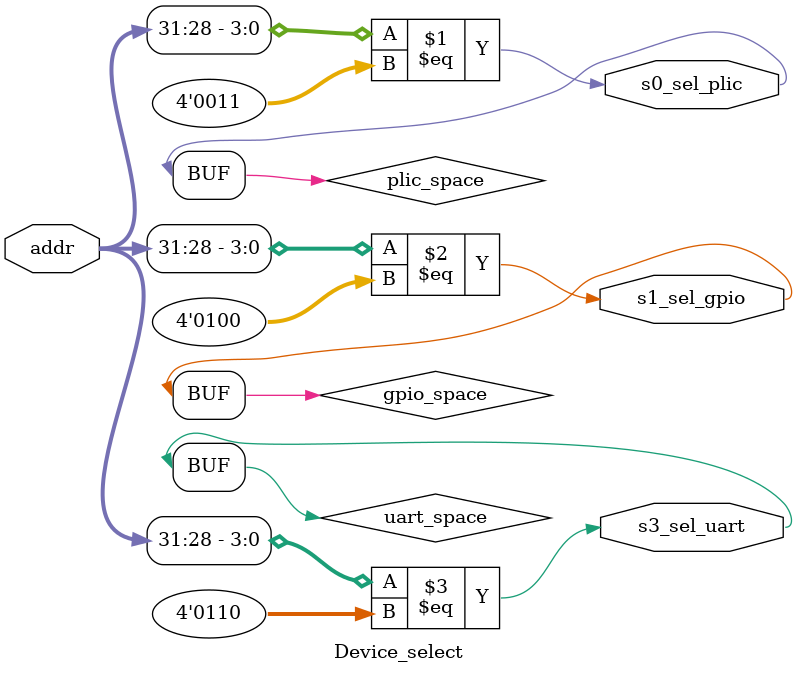
<source format=v>
module Device_select (
    input   [31:0]  addr,
    output          s0_sel_plic,
//    output          s0_sel_mem,     //MEMORY_DATA
    output          s1_sel_gpio,
    output          s3_sel_uart      //UART 

);
   
//    wire mem_space = (addr[31:28] == 4'h2);
    wire plic_space = (addr[31:28] == 4'h3);
    wire gpio_space = (addr[31:28] == 4'h4);
    wire uart_space = (addr[31:28] == 4'h6);

    assign s0_sel_plic = plic_space;
    assign s1_sel_gpio = gpio_space;
//    assign s0_sel_mem  = mem_space;
    assign s3_sel_uart = uart_space;
endmodule

</source>
